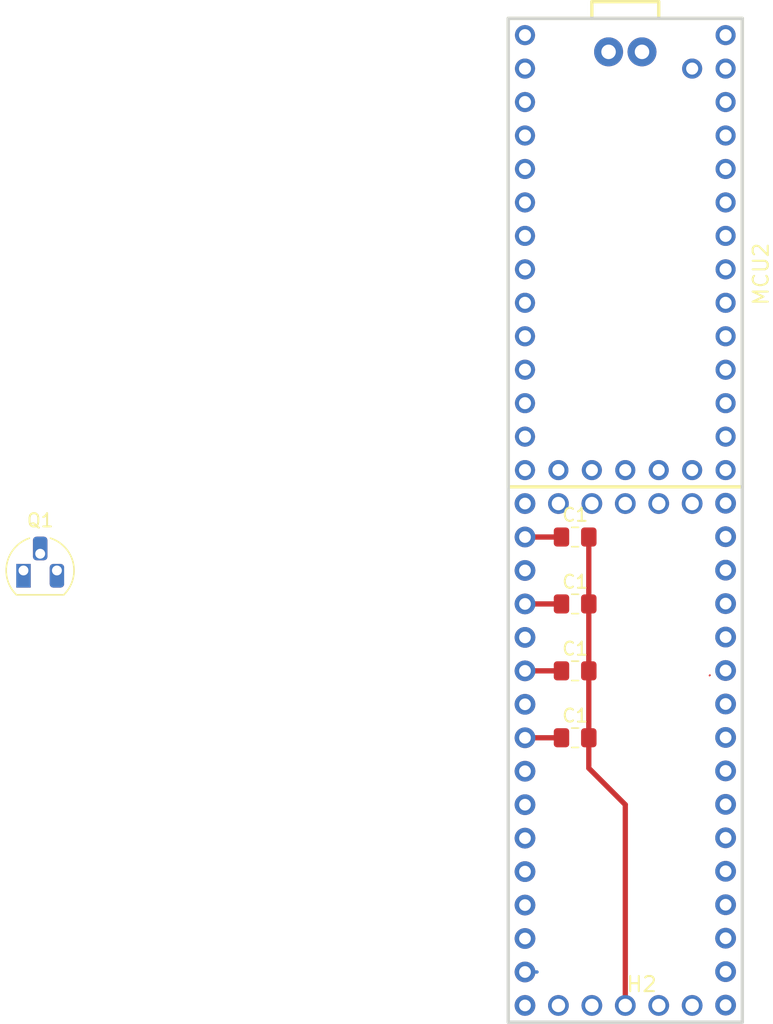
<source format=kicad_pcb>
(kicad_pcb (version 20171130) (host pcbnew 5.1.10)

  (general
    (thickness 1.6)
    (drawings 4)
    (tracks 27)
    (zones 0)
    (modules 10)
    (nets 33)
  )

  (page A4)
  (layers
    (0 F.Cu signal)
    (31 B.Cu signal hide)
    (32 B.Adhes user)
    (33 F.Adhes user)
    (34 B.Paste user)
    (35 F.Paste user)
    (36 B.SilkS user)
    (37 F.SilkS user)
    (38 B.Mask user)
    (39 F.Mask user)
    (40 Dwgs.User user)
    (41 Cmts.User user)
    (42 Eco1.User user)
    (43 Eco2.User user)
    (44 Edge.Cuts user)
    (45 Margin user)
    (46 B.CrtYd user hide)
    (47 F.CrtYd user hide)
    (48 B.Fab user)
    (49 F.Fab user)
  )

  (setup
    (last_trace_width 0.4)
    (user_trace_width 0.4)
    (trace_clearance 0.2)
    (zone_clearance 0.508)
    (zone_45_only no)
    (trace_min 0.2)
    (via_size 0.8)
    (via_drill 0.4)
    (via_min_size 0.4)
    (via_min_drill 0.3)
    (uvia_size 0.3)
    (uvia_drill 0.1)
    (uvias_allowed no)
    (uvia_min_size 0.2)
    (uvia_min_drill 0.1)
    (edge_width 0.05)
    (segment_width 0.2)
    (pcb_text_width 0.3)
    (pcb_text_size 1.5 1.5)
    (mod_edge_width 0.12)
    (mod_text_size 1 1)
    (mod_text_width 0.15)
    (pad_size 1.575 1.575)
    (pad_drill 1.02)
    (pad_to_mask_clearance 0)
    (aux_axis_origin 0 0)
    (visible_elements FFFFFF7F)
    (pcbplotparams
      (layerselection 0x010fc_ffffffff)
      (usegerberextensions false)
      (usegerberattributes true)
      (usegerberadvancedattributes true)
      (creategerberjobfile true)
      (excludeedgelayer true)
      (linewidth 0.100000)
      (plotframeref false)
      (viasonmask false)
      (mode 1)
      (useauxorigin false)
      (hpglpennumber 1)
      (hpglpenspeed 20)
      (hpglpendiameter 15.000000)
      (psnegative false)
      (psa4output false)
      (plotreference true)
      (plotvalue true)
      (plotinvisibletext false)
      (padsonsilk false)
      (subtractmaskfromsilk false)
      (outputformat 1)
      (mirror false)
      (drillshape 1)
      (scaleselection 1)
      (outputdirectory ""))
  )

  (net 0 "")
  (net 1 SDOUT)
  (net 2 LRCK)
  (net 3 SCLK)
  (net 4 SDIN)
  (net 5 MCLK)
  (net 6 GND)
  (net 7 INT)
  (net 8 MUTEC)
  (net 9 OUT5-)
  (net 10 OUT5+)
  (net 11 OUT6+)
  (net 12 OUT7+)
  (net 13 OUT8-)
  (net 14 OUT6-)
  (net 15 OUT7-)
  (net 16 OUT4+)
  (net 17 OUT4-)
  (net 18 +5V)
  (net 19 VQ)
  (net 20 FILT+_DAC)
  (net 21 FILT+_ADC)
  (net 22 SDA)
  (net 23 OUT3-)
  (net 24 OUT3+)
  (net 25 OUT1-)
  (net 26 +3V3)
  (net 27 SCL)
  (net 28 OUT8+)
  (net 29 L1_1)
  (net 30 OUT2-)
  (net 31 OUT2+)
  (net 32 OUT1+)

  (net_class Default "This is the default net class."
    (clearance 0.2)
    (trace_width 0.25)
    (via_dia 0.8)
    (via_drill 0.4)
    (uvia_dia 0.3)
    (uvia_drill 0.1)
    (add_net +3V3)
    (add_net +5V)
    (add_net FILT+_ADC)
    (add_net FILT+_DAC)
    (add_net GND)
    (add_net INT)
    (add_net L1_1)
    (add_net LRCK)
    (add_net MCLK)
    (add_net MUTEC)
    (add_net OUT1+)
    (add_net OUT1-)
    (add_net OUT2+)
    (add_net OUT2-)
    (add_net OUT3+)
    (add_net OUT3-)
    (add_net OUT4+)
    (add_net OUT4-)
    (add_net OUT5+)
    (add_net OUT5-)
    (add_net OUT6+)
    (add_net OUT6-)
    (add_net OUT7+)
    (add_net OUT7-)
    (add_net OUT8+)
    (add_net OUT8-)
    (add_net SCL)
    (add_net SCLK)
    (add_net SDA)
    (add_net SDIN)
    (add_net SDOUT)
    (add_net VQ)
  )

  (module Capacitor_SMD:C_0805_2012Metric_Pad1.18x1.45mm_HandSolder (layer F.Cu) (tedit 5F68FEEF) (tstamp 61C717FA)
    (at 127 115.57)
    (descr "Capacitor SMD 0805 (2012 Metric), square (rectangular) end terminal, IPC_7351 nominal with elongated pad for handsoldering. (Body size source: IPC-SM-782 page 76, https://www.pcb-3d.com/wordpress/wp-content/uploads/ipc-sm-782a_amendment_1_and_2.pdf, https://docs.google.com/spreadsheets/d/1BsfQQcO9C6DZCsRaXUlFlo91Tg2WpOkGARC1WS5S8t0/edit?usp=sharing), generated with kicad-footprint-generator")
    (tags "capacitor handsolder")
    (attr smd)
    (fp_text reference C1 (at 0 -1.68) (layer F.SilkS)
      (effects (font (size 1 1) (thickness 0.15)))
    )
    (fp_text value 4.7u (at 0 1.68) (layer F.Fab)
      (effects (font (size 1 1) (thickness 0.15)))
    )
    (fp_line (start 1.88 0.98) (end -1.88 0.98) (layer F.CrtYd) (width 0.05))
    (fp_line (start 1.88 -0.98) (end 1.88 0.98) (layer F.CrtYd) (width 0.05))
    (fp_line (start -1.88 -0.98) (end 1.88 -0.98) (layer F.CrtYd) (width 0.05))
    (fp_line (start -1.88 0.98) (end -1.88 -0.98) (layer F.CrtYd) (width 0.05))
    (fp_line (start -0.261252 0.735) (end 0.261252 0.735) (layer F.SilkS) (width 0.12))
    (fp_line (start -0.261252 -0.735) (end 0.261252 -0.735) (layer F.SilkS) (width 0.12))
    (fp_line (start 1 0.625) (end -1 0.625) (layer F.Fab) (width 0.1))
    (fp_line (start 1 -0.625) (end 1 0.625) (layer F.Fab) (width 0.1))
    (fp_line (start -1 -0.625) (end 1 -0.625) (layer F.Fab) (width 0.1))
    (fp_line (start -1 0.625) (end -1 -0.625) (layer F.Fab) (width 0.1))
    (fp_text user " " (at 0 0) (layer F.Fab)
      (effects (font (size 0.5 0.5) (thickness 0.08)))
    )
    (pad 1 smd roundrect (at -1.0375 0) (size 1.175 1.45) (layers F.Cu F.Paste F.Mask) (roundrect_rratio 0.212766))
    (pad 2 smd roundrect (at 1.0375 0) (size 1.175 1.45) (layers F.Cu F.Paste F.Mask) (roundrect_rratio 0.212766))
    (model ${KISYS3DMOD}/Capacitor_SMD.3dshapes/C_0805_2012Metric.wrl
      (at (xyz 0 0 0))
      (scale (xyz 1 1 1))
      (rotate (xyz 0 0 0))
    )
  )

  (module Capacitor_SMD:C_0805_2012Metric_Pad1.18x1.45mm_HandSolder (layer F.Cu) (tedit 5F68FEEF) (tstamp 61C717DA)
    (at 127 110.49)
    (descr "Capacitor SMD 0805 (2012 Metric), square (rectangular) end terminal, IPC_7351 nominal with elongated pad for handsoldering. (Body size source: IPC-SM-782 page 76, https://www.pcb-3d.com/wordpress/wp-content/uploads/ipc-sm-782a_amendment_1_and_2.pdf, https://docs.google.com/spreadsheets/d/1BsfQQcO9C6DZCsRaXUlFlo91Tg2WpOkGARC1WS5S8t0/edit?usp=sharing), generated with kicad-footprint-generator")
    (tags "capacitor handsolder")
    (attr smd)
    (fp_text reference C1 (at 0 -1.68) (layer F.SilkS)
      (effects (font (size 1 1) (thickness 0.15)))
    )
    (fp_text value 4.7u (at 0 1.68) (layer F.Fab)
      (effects (font (size 1 1) (thickness 0.15)))
    )
    (fp_text user " " (at 0 0) (layer F.Fab)
      (effects (font (size 0.5 0.5) (thickness 0.08)))
    )
    (fp_line (start -1 0.625) (end -1 -0.625) (layer F.Fab) (width 0.1))
    (fp_line (start -1 -0.625) (end 1 -0.625) (layer F.Fab) (width 0.1))
    (fp_line (start 1 -0.625) (end 1 0.625) (layer F.Fab) (width 0.1))
    (fp_line (start 1 0.625) (end -1 0.625) (layer F.Fab) (width 0.1))
    (fp_line (start -0.261252 -0.735) (end 0.261252 -0.735) (layer F.SilkS) (width 0.12))
    (fp_line (start -0.261252 0.735) (end 0.261252 0.735) (layer F.SilkS) (width 0.12))
    (fp_line (start -1.88 0.98) (end -1.88 -0.98) (layer F.CrtYd) (width 0.05))
    (fp_line (start -1.88 -0.98) (end 1.88 -0.98) (layer F.CrtYd) (width 0.05))
    (fp_line (start 1.88 -0.98) (end 1.88 0.98) (layer F.CrtYd) (width 0.05))
    (fp_line (start 1.88 0.98) (end -1.88 0.98) (layer F.CrtYd) (width 0.05))
    (pad 2 smd roundrect (at 1.0375 0) (size 1.175 1.45) (layers F.Cu F.Paste F.Mask) (roundrect_rratio 0.212766))
    (pad 1 smd roundrect (at -1.0375 0) (size 1.175 1.45) (layers F.Cu F.Paste F.Mask) (roundrect_rratio 0.212766))
    (model ${KISYS3DMOD}/Capacitor_SMD.3dshapes/C_0805_2012Metric.wrl
      (at (xyz 0 0 0))
      (scale (xyz 1 1 1))
      (rotate (xyz 0 0 0))
    )
  )

  (module Capacitor_SMD:C_0805_2012Metric_Pad1.18x1.45mm_HandSolder (layer F.Cu) (tedit 5F68FEEF) (tstamp 61C717AC)
    (at 127 105.41)
    (descr "Capacitor SMD 0805 (2012 Metric), square (rectangular) end terminal, IPC_7351 nominal with elongated pad for handsoldering. (Body size source: IPC-SM-782 page 76, https://www.pcb-3d.com/wordpress/wp-content/uploads/ipc-sm-782a_amendment_1_and_2.pdf, https://docs.google.com/spreadsheets/d/1BsfQQcO9C6DZCsRaXUlFlo91Tg2WpOkGARC1WS5S8t0/edit?usp=sharing), generated with kicad-footprint-generator")
    (tags "capacitor handsolder")
    (attr smd)
    (fp_text reference C1 (at 0 -1.68) (layer F.SilkS)
      (effects (font (size 1 1) (thickness 0.15)))
    )
    (fp_text value 4.7u (at 0 1.68) (layer F.Fab)
      (effects (font (size 1 1) (thickness 0.15)))
    )
    (fp_line (start 1.88 0.98) (end -1.88 0.98) (layer F.CrtYd) (width 0.05))
    (fp_line (start 1.88 -0.98) (end 1.88 0.98) (layer F.CrtYd) (width 0.05))
    (fp_line (start -1.88 -0.98) (end 1.88 -0.98) (layer F.CrtYd) (width 0.05))
    (fp_line (start -1.88 0.98) (end -1.88 -0.98) (layer F.CrtYd) (width 0.05))
    (fp_line (start -0.261252 0.735) (end 0.261252 0.735) (layer F.SilkS) (width 0.12))
    (fp_line (start -0.261252 -0.735) (end 0.261252 -0.735) (layer F.SilkS) (width 0.12))
    (fp_line (start 1 0.625) (end -1 0.625) (layer F.Fab) (width 0.1))
    (fp_line (start 1 -0.625) (end 1 0.625) (layer F.Fab) (width 0.1))
    (fp_line (start -1 -0.625) (end 1 -0.625) (layer F.Fab) (width 0.1))
    (fp_line (start -1 0.625) (end -1 -0.625) (layer F.Fab) (width 0.1))
    (fp_text user " " (at 0 0) (layer F.Fab)
      (effects (font (size 0.5 0.5) (thickness 0.08)))
    )
    (pad 1 smd roundrect (at -1.0375 0) (size 1.175 1.45) (layers F.Cu F.Paste F.Mask) (roundrect_rratio 0.212766))
    (pad 2 smd roundrect (at 1.0375 0) (size 1.175 1.45) (layers F.Cu F.Paste F.Mask) (roundrect_rratio 0.212766))
    (model ${KISYS3DMOD}/Capacitor_SMD.3dshapes/C_0805_2012Metric.wrl
      (at (xyz 0 0 0))
      (scale (xyz 1 1 1))
      (rotate (xyz 0 0 0))
    )
  )

  (module Capacitor_SMD:C_0805_2012Metric_Pad1.18x1.45mm_HandSolder (layer F.Cu) (tedit 5F68FEEF) (tstamp 61C6D4CA)
    (at 127 100.33)
    (descr "Capacitor SMD 0805 (2012 Metric), square (rectangular) end terminal, IPC_7351 nominal with elongated pad for handsoldering. (Body size source: IPC-SM-782 page 76, https://www.pcb-3d.com/wordpress/wp-content/uploads/ipc-sm-782a_amendment_1_and_2.pdf, https://docs.google.com/spreadsheets/d/1BsfQQcO9C6DZCsRaXUlFlo91Tg2WpOkGARC1WS5S8t0/edit?usp=sharing), generated with kicad-footprint-generator")
    (tags "capacitor handsolder")
    (attr smd)
    (fp_text reference C1 (at 0 -1.68) (layer F.SilkS)
      (effects (font (size 1 1) (thickness 0.15)))
    )
    (fp_text value 4.7u (at 0 1.68) (layer F.Fab)
      (effects (font (size 1 1) (thickness 0.15)))
    )
    (fp_text user " " (at 0 0) (layer F.Fab)
      (effects (font (size 0.5 0.5) (thickness 0.08)))
    )
    (fp_line (start -1 0.625) (end -1 -0.625) (layer F.Fab) (width 0.1))
    (fp_line (start -1 -0.625) (end 1 -0.625) (layer F.Fab) (width 0.1))
    (fp_line (start 1 -0.625) (end 1 0.625) (layer F.Fab) (width 0.1))
    (fp_line (start 1 0.625) (end -1 0.625) (layer F.Fab) (width 0.1))
    (fp_line (start -0.261252 -0.735) (end 0.261252 -0.735) (layer F.SilkS) (width 0.12))
    (fp_line (start -0.261252 0.735) (end 0.261252 0.735) (layer F.SilkS) (width 0.12))
    (fp_line (start -1.88 0.98) (end -1.88 -0.98) (layer F.CrtYd) (width 0.05))
    (fp_line (start -1.88 -0.98) (end 1.88 -0.98) (layer F.CrtYd) (width 0.05))
    (fp_line (start 1.88 -0.98) (end 1.88 0.98) (layer F.CrtYd) (width 0.05))
    (fp_line (start 1.88 0.98) (end -1.88 0.98) (layer F.CrtYd) (width 0.05))
    (pad 2 smd roundrect (at 1.0375 0) (size 1.175 1.45) (layers F.Cu F.Paste F.Mask) (roundrect_rratio 0.212766))
    (pad 1 smd roundrect (at -1.0375 0) (size 1.175 1.45) (layers F.Cu F.Paste F.Mask) (roundrect_rratio 0.212766))
    (model ${KISYS3DMOD}/Capacitor_SMD.3dshapes/C_0805_2012Metric.wrl
      (at (xyz 0 0 0))
      (scale (xyz 1 1 1))
      (rotate (xyz 0 0 0))
    )
  )

  (module Package_TO_SOT_THT:TO-92L_HandSolder (layer F.Cu) (tedit 61C6CE4C) (tstamp 61C73247)
    (at 85.09 102.87)
    (descr "TO-92L leads in-line (large body variant of TO-92), also known as TO-226, wide, drill 0.75mm, hand-soldering variant with enlarged pads (see https://www.diodes.com/assets/Package-Files/TO92L.pdf and http://www.ti.com/lit/an/snoa059/snoa059.pdf)")
    (tags "to-92 sc-43 sc-43a sot54 PA33 transistor")
    (fp_text reference Q1 (at 1.27 -3.8) (layer F.SilkS)
      (effects (font (size 1 1) (thickness 0.15)))
    )
    (fp_text value MPF102 (at 1.27 2.79) (layer F.Fab)
      (effects (font (size 1 1) (thickness 0.15)))
    )
    (fp_line (start 4 2.01) (end -1.46 2.01) (layer F.CrtYd) (width 0.05))
    (fp_line (start 4 2.01) (end 4 -3.05) (layer F.CrtYd) (width 0.05))
    (fp_line (start -1.45 -3.05) (end -1.46 2.01) (layer F.CrtYd) (width 0.05))
    (fp_line (start -1.46 -3.05) (end 4 -3.05) (layer F.CrtYd) (width 0.05))
    (fp_line (start -0.5 1.75) (end 3 1.75) (layer F.Fab) (width 0.1))
    (fp_line (start -0.53 1.85) (end 3.07 1.85) (layer F.SilkS) (width 0.12))
    (fp_arc (start 1.27 0) (end 2.05 -2.45) (angle 117.6433766) (layer F.SilkS) (width 0.12))
    (fp_arc (start 1.27 0) (end 1.27 -2.48) (angle -135) (layer F.Fab) (width 0.1))
    (fp_arc (start 1.27 0) (end 0.45 -2.45) (angle -116.9763941) (layer F.SilkS) (width 0.12))
    (fp_arc (start 1.27 0) (end 1.27 -2.48) (angle 135) (layer F.Fab) (width 0.1))
    (fp_text user " " (at 1.27 0) (layer F.Fab)
      (effects (font (size 1 1) (thickness 0.15)))
    )
    (pad D thru_hole rect (at 0 0) (size 1.1 1.8) (drill 0.75 (offset 0 0.4)) (layers *.Cu *.Mask))
    (pad G thru_hole roundrect (at 2.54 0) (size 1.1 1.8) (drill 0.75 (offset 0 0.4)) (layers *.Cu *.Mask) (roundrect_rratio 0.25))
    (pad S thru_hole roundrect (at 1.27 -1.27) (size 1.1 1.8) (drill 0.75 (offset 0 -0.4)) (layers *.Cu *.Mask) (roundrect_rratio 0.25))
    (model ${KISYS3DMOD}/Package_TO_SOT_THT.3dshapes/TO-92L.wrl
      (at (xyz 0 0 0))
      (scale (xyz 1 1 1))
      (rotate (xyz 0 0 0))
    )
  )

  (module easyeda:HDR-16X1_2.54 (layer F.Cu) (tedit 61C74DEC) (tstamp 0)
    (at 123.19 116.84)
    (fp_text reference P1 (at -3.175 -19.177) (layer Cmts.User) hide
      (effects (font (size 1.143 1.143) (thickness 0.152)) (justify left))
    )
    (fp_text value Header-2.54_1x16 (at 0 -22.057) (layer F.Fab) hide
      (effects (font (size 1.143 1.143) (thickness 0.152)) (justify left))
    )
    (fp_text user gge292 (at 0 0) (layer Cmts.User)
      (effects (font (size 1 1) (thickness 0.15)))
    )
    (pad I1- thru_hole circle (at 0 -16.51 270) (size 1.575 1.575) (drill 0.889) (layers *.Cu *.Paste *.Mask))
    (pad I2+ thru_hole circle (at 0 -13.97 270) (size 1.575 1.575) (drill 0.889) (layers *.Cu *.Paste *.Mask))
    (pad I2- thru_hole circle (at 0 -11.43 270) (size 1.575 1.575) (drill 0.889) (layers *.Cu *.Paste *.Mask))
    (pad I3+ thru_hole circle (at 0 -8.89 270) (size 1.575 1.575) (drill 0.889) (layers *.Cu *.Paste *.Mask))
    (pad I3- thru_hole circle (at 0 -6.35 270) (size 1.575 1.575) (drill 0.889) (layers *.Cu *.Paste *.Mask))
    (pad I4+ thru_hole circle (at 0 -3.81 270) (size 1.575 1.575) (drill 0.889) (layers *.Cu *.Paste *.Mask))
    (pad I4- thru_hole circle (at 0 -1.27 270) (size 1.575 1.575) (drill 0.889) (layers *.Cu *.Paste *.Mask))
    (pad I5+ thru_hole circle (at 0 1.27 270) (size 1.575 1.575) (drill 0.889) (layers *.Cu *.Paste *.Mask))
    (pad I5- thru_hole circle (at 0 3.81 270) (size 1.575 1.575) (drill 0.889) (layers *.Cu *.Paste *.Mask))
    (pad I6+ thru_hole circle (at 0 6.35 270) (size 1.575 1.575) (drill 0.889) (layers *.Cu *.Paste *.Mask))
    (pad I6- thru_hole circle (at 0 8.89 270) (size 1.575 1.575) (drill 0.889) (layers *.Cu *.Paste *.Mask))
    (pad 13 thru_hole circle (at 0 11.43 270) (size 1.575 1.575) (drill 0.889) (layers *.Cu *.Paste *.Mask)
      (net 21 FILT+_ADC))
    (pad 14 thru_hole circle (at 0 13.97 270) (size 1.575 1.575) (drill 0.889) (layers *.Cu *.Paste *.Mask)
      (net 20 FILT+_DAC))
    (pad 15 thru_hole circle (at 0 16.51 270) (size 1.575 1.575) (drill 0.889) (layers *.Cu *.Paste *.Mask)
      (net 18 +5V))
    (pad 16 thru_hole circle (at 0 19.05 270) (size 1.575 1.575) (drill 0.889) (layers *.Cu *.Paste *.Mask)
      (net 6 GND))
    (pad I1+ thru_hole circle (at 0 -19.05 270) (size 1.575 1.575) (drill 0.889) (layers *.Cu *.Paste *.Mask))
  )

  (module "easyeda:TEENSY 4.0 W. USB ONLY" (layer F.Cu) (tedit 0) (tstamp 0)
    (at 123.19 62.23 270)
    (fp_text reference MCU2 (at 20.604 -17.92 90) (layer F.SilkS)
      (effects (font (size 1.143 1.143) (thickness 0.152)) (justify left))
    )
    (fp_text value "TEENSY 4.0 W. USB ONLY" (at 16.51 -17.282 270) (layer F.Fab) hide
      (effects (font (size 1.143 1.143) (thickness 0.152)) (justify left))
    )
    (fp_line (start -2.54 -10.16) (end -1.27 -10.16) (layer F.SilkS) (width 0.254))
    (fp_line (start -2.54 -5.08) (end -2.54 -10.16) (layer F.SilkS) (width 0.254))
    (fp_line (start -1.27 -5.08) (end -2.54 -5.08) (layer F.SilkS) (width 0.254))
    (fp_line (start -1.27 1.27) (end -1.27 -16.51) (layer F.SilkS) (width 0.254))
    (fp_line (start 34.29 1.27) (end -1.27 1.27) (layer F.SilkS) (width 0.254))
    (fp_line (start 34.29 -16.51) (end 34.29 1.27) (layer F.SilkS) (width 0.254))
    (fp_line (start -1.27 -16.51) (end 34.29 -16.51) (layer F.SilkS) (width 0.254))
    (fp_text user gge528 (at 0 0) (layer Cmts.User)
      (effects (font (size 1 1) (thickness 0.15)))
    )
    (pad GND0 thru_hole circle (at 0 0 270) (size 1.524 1.524) (drill 0.914) (layers *.Cu *.Paste *.Mask)
      (net 6 GND))
    (pad 0 thru_hole circle (at 2.54 0 270) (size 1.524 1.524) (drill 0.914) (layers *.Cu *.Paste *.Mask))
    (pad 1 thru_hole circle (at 5.08 0 270) (size 1.524 1.524) (drill 0.914) (layers *.Cu *.Paste *.Mask))
    (pad 2 thru_hole circle (at 7.62 0 270) (size 1.524 1.524) (drill 0.914) (layers *.Cu *.Paste *.Mask))
    (pad 3 thru_hole circle (at 10.16 0 270) (size 1.524 1.524) (drill 0.914) (layers *.Cu *.Paste *.Mask))
    (pad 4 thru_hole circle (at 12.7 0 270) (size 1.524 1.524) (drill 0.914) (layers *.Cu *.Paste *.Mask))
    (pad 5 thru_hole circle (at 15.24 0 270) (size 1.524 1.524) (drill 0.914) (layers *.Cu *.Paste *.Mask))
    (pad 6 thru_hole circle (at 17.78 0 270) (size 1.524 1.524) (drill 0.914) (layers *.Cu *.Paste *.Mask))
    (pad 7 thru_hole circle (at 20.32 0 270) (size 1.524 1.524) (drill 0.914) (layers *.Cu *.Paste *.Mask)
      (net 4 SDIN))
    (pad 8 thru_hole circle (at 22.86 0 270) (size 1.524 1.524) (drill 0.914) (layers *.Cu *.Paste *.Mask)
      (net 1 SDOUT))
    (pad 9 thru_hole circle (at 25.4 0 270) (size 1.524 1.524) (drill 0.914) (layers *.Cu *.Paste *.Mask))
    (pad 10 thru_hole circle (at 27.94 0 270) (size 1.524 1.524) (drill 0.914) (layers *.Cu *.Paste *.Mask))
    (pad 11 thru_hole circle (at 30.48 0 270) (size 1.524 1.524) (drill 0.914) (layers *.Cu *.Paste *.Mask))
    (pad 12 thru_hole circle (at 33.02 0 270) (size 1.524 1.524) (drill 0.914) (layers *.Cu *.Paste *.Mask))
    (pad VBAT thru_hole circle (at 33.02 -2.54 270) (size 1.524 1.524) (drill 0.914) (layers *.Cu *.Paste *.Mask))
    (pad 3 thru_hole circle (at 33.02 -5.08 270) (size 1.524 1.524) (drill 0.914) (layers *.Cu *.Paste *.Mask)
      (net 26 +3V3))
    (pad GND2 thru_hole circle (at 33.02 -7.62 270) (size 1.524 1.524) (drill 0.914) (layers *.Cu *.Paste *.Mask)
      (net 6 GND))
    (pad PRGM thru_hole circle (at 33.02 -10.16 270) (size 1.524 1.524) (drill 0.914) (layers *.Cu *.Paste *.Mask))
    (pad ONOFF thru_hole circle (at 33.02 -12.7 270) (size 1.524 1.524) (drill 0.914) (layers *.Cu *.Paste *.Mask))
    (pad 13 thru_hole circle (at 33.02 -15.24 270) (size 1.524 1.524) (drill 0.914) (layers *.Cu *.Paste *.Mask))
    (pad 14 thru_hole circle (at 30.48 -15.24 270) (size 1.524 1.524) (drill 0.914) (layers *.Cu *.Paste *.Mask))
    (pad 15 thru_hole circle (at 27.94 -15.24 270) (size 1.524 1.524) (drill 0.914) (layers *.Cu *.Paste *.Mask))
    (pad 16 thru_hole circle (at 25.4 -15.24 270) (size 1.524 1.524) (drill 0.914) (layers *.Cu *.Paste *.Mask))
    (pad 17 thru_hole circle (at 22.86 -15.24 270) (size 1.524 1.524) (drill 0.914) (layers *.Cu *.Paste *.Mask))
    (pad 18 thru_hole circle (at 20.32 -15.24 270) (size 1.524 1.524) (drill 0.914) (layers *.Cu *.Paste *.Mask)
      (net 22 SDA))
    (pad 19 thru_hole circle (at 17.78 -15.24 270) (size 1.524 1.524) (drill 0.914) (layers *.Cu *.Paste *.Mask)
      (net 27 SCL))
    (pad 20 thru_hole circle (at 15.24 -15.24 270) (size 1.524 1.524) (drill 0.914) (layers *.Cu *.Paste *.Mask)
      (net 2 LRCK))
    (pad 21 thru_hole circle (at 12.7 -15.24 270) (size 1.524 1.524) (drill 0.914) (layers *.Cu *.Paste *.Mask)
      (net 3 SCLK))
    (pad 22 thru_hole circle (at 10.16 -15.24 270) (size 1.524 1.524) (drill 0.914) (layers *.Cu *.Paste *.Mask))
    (pad 23 thru_hole circle (at 7.62 -15.24 270) (size 1.524 1.524) (drill 0.914) (layers *.Cu *.Paste *.Mask)
      (net 5 MCLK))
    (pad 3 thru_hole circle (at 5.08 -15.24 270) (size 1.524 1.524) (drill 0.914) (layers *.Cu *.Paste *.Mask)
      (net 26 +3V3))
    (pad GND1 thru_hole circle (at 2.54 -15.24 270) (size 1.524 1.524) (drill 0.914) (layers *.Cu *.Paste *.Mask)
      (net 6 GND))
    (pad VIN thru_hole circle (at 0 -15.24 270) (size 1.524 1.524) (drill 0.914) (layers *.Cu *.Paste *.Mask)
      (net 29 L1_1))
    (pad D+ thru_hole circle (at 1.27 -6.35 270) (size 2.2 2.2) (drill 1.1) (layers *.Cu *.Paste *.Mask))
    (pad D- thru_hole circle (at 1.27 -8.89 270) (size 2.2 2.2) (drill 1.1) (layers *.Cu *.Paste *.Mask))
    (pad VUSB thru_hole circle (at 2.54 -12.7 270) (size 1.524 1.524) (drill 0.914) (layers *.Cu *.Paste *.Mask))
  )

  (module easyeda:HDR-16X1_2.54 (layer F.Cu) (tedit 0) (tstamp 0)
    (at 138.43 116.815)
    (fp_text reference P2 (at 1.778 -19.19) (layer Cmts.User) hide
      (effects (font (size 1.143 1.143) (thickness 0.152)) (justify left))
    )
    (fp_text value Header-2.54_1x16 (at 0 -22.057) (layer F.Fab) hide
      (effects (font (size 1.143 1.143) (thickness 0.152)) (justify left))
    )
    (fp_text user gge273 (at 0 0) (layer Cmts.User)
      (effects (font (size 1 1) (thickness 0.15)))
    )
    (pad 2 thru_hole circle (at 0 -16.51 270) (size 1.575 1.575) (drill 0.889) (layers *.Cu *.Paste *.Mask)
      (net 25 OUT1-))
    (pad 3 thru_hole circle (at 0 -13.97 270) (size 1.575 1.575) (drill 0.889) (layers *.Cu *.Paste *.Mask)
      (net 31 OUT2+))
    (pad 4 thru_hole circle (at 0 -11.43 270) (size 1.575 1.575) (drill 0.889) (layers *.Cu *.Paste *.Mask)
      (net 30 OUT2-))
    (pad 5 thru_hole circle (at 0 -8.89 270) (size 1.575 1.575) (drill 0.889) (layers *.Cu *.Paste *.Mask)
      (net 24 OUT3+))
    (pad 6 thru_hole circle (at 0 -6.35 270) (size 1.575 1.575) (drill 0.889) (layers *.Cu *.Paste *.Mask)
      (net 23 OUT3-))
    (pad 7 thru_hole circle (at 0 -3.81 270) (size 1.575 1.575) (drill 0.889) (layers *.Cu *.Paste *.Mask)
      (net 16 OUT4+))
    (pad 8 thru_hole circle (at 0 -1.27 270) (size 1.575 1.575) (drill 0.889) (layers *.Cu *.Paste *.Mask)
      (net 17 OUT4-))
    (pad 9 thru_hole circle (at 0 1.27 270) (size 1.575 1.575) (drill 0.889) (layers *.Cu *.Paste *.Mask)
      (net 10 OUT5+))
    (pad 10 thru_hole circle (at 0 3.81 270) (size 1.575 1.575) (drill 0.889) (layers *.Cu *.Paste *.Mask)
      (net 9 OUT5-))
    (pad 11 thru_hole circle (at 0 6.35 270) (size 1.575 1.575) (drill 0.889) (layers *.Cu *.Paste *.Mask)
      (net 11 OUT6+))
    (pad 12 thru_hole circle (at 0 8.89 270) (size 1.575 1.575) (drill 0.889) (layers *.Cu *.Paste *.Mask)
      (net 14 OUT6-))
    (pad 13 thru_hole circle (at 0 11.43 270) (size 1.575 1.575) (drill 0.889) (layers *.Cu *.Paste *.Mask)
      (net 12 OUT7+))
    (pad 14 thru_hole circle (at 0 13.97 270) (size 1.575 1.575) (drill 0.889) (layers *.Cu *.Paste *.Mask)
      (net 15 OUT7-))
    (pad 15 thru_hole circle (at 0 16.51 270) (size 1.575 1.575) (drill 0.889) (layers *.Cu *.Paste *.Mask)
      (net 28 OUT8+))
    (pad 16 thru_hole circle (at 0 19.05 270) (size 1.575 1.575) (drill 0.889) (layers *.Cu *.Paste *.Mask)
      (net 13 OUT8-))
    (pad 1 thru_hole circle (at 0 -19.05 270) (size 1.575 1.575) (drill 0.889) (layers *.Cu *.Paste *.Mask)
      (net 32 OUT1+))
  )

  (module easyeda:HDR-5X1_2.54 (layer F.Cu) (tedit 0) (tstamp 0)
    (at 130.81 97.79)
    (fp_text reference H1 (at 0 -1.61) (layer F.SilkS) hide
      (effects (font (size 1.143 1.143) (thickness 0.152)) (justify left))
    )
    (fp_text value Header-2.54_1x5 (at 0 -3.007) (layer F.Fab) hide
      (effects (font (size 1.143 1.143) (thickness 0.152)) (justify left))
    )
    (fp_text user gge407 (at 0 0) (layer Cmts.User)
      (effects (font (size 1 1) (thickness 0.15)))
    )
    (pad 5 thru_hole circle (at 5.08 0) (size 1.575 1.575) (drill 1.02) (layers *.Cu *.Paste *.Mask)
      (net 1 SDOUT))
    (pad 4 thru_hole circle (at 2.54 0) (size 1.575 1.575) (drill 1.02) (layers *.Cu *.Paste *.Mask)
      (net 4 SDIN))
    (pad 3 thru_hole circle (at 0 0) (size 1.575 1.575) (drill 1.02) (layers *.Cu *.Paste *.Mask)
      (net 2 LRCK))
    (pad 2 thru_hole circle (at -2.54 0) (size 1.575 1.575) (drill 1.02) (layers *.Cu *.Paste *.Mask)
      (net 3 SCLK))
    (pad 1 thru_hole circle (at -5.08 0) (size 1.575 1.575) (drill 1.02) (layers *.Cu *.Paste *.Mask)
      (net 5 MCLK))
  )

  (module easyeda:HDR-5X1_2.54 (layer F.Cu) (tedit 61C74E3F) (tstamp 0)
    (at 130.81 135.89)
    (fp_text reference H2 (at 0 -1.61) (layer F.SilkS)
      (effects (font (size 1.143 1.143) (thickness 0.152)) (justify left))
    )
    (fp_text value Header-2.54_1x5 (at 0 -3.007) (layer F.Fab) hide
      (effects (font (size 1.143 1.143) (thickness 0.152)) (justify left))
    )
    (fp_text user gge506 (at 0 0) (layer Cmts.User)
      (effects (font (size 1 1) (thickness 0.15)))
    )
    (pad 5 thru_hole circle (at 5.08 0) (size 1.575 1.575) (drill 1.02) (layers *.Cu *.Paste *.Mask)
      (net 19 VQ))
    (pad 4 thru_hole circle (at 2.54 0) (size 1.575 1.575) (drill 1.02) (layers *.Cu *.Paste *.Mask)
      (net 18 +5V))
    (pad GND thru_hole circle (at 0 0) (size 1.575 1.575) (drill 1.02) (layers *.Cu *.Paste *.Mask))
    (pad 2 thru_hole circle (at -2.54 0) (size 1.575 1.575) (drill 1.02) (layers *.Cu *.Paste *.Mask)
      (net 7 INT))
    (pad 1 thru_hole circle (at -5.08 0) (size 1.575 1.575) (drill 1.02) (layers *.Cu *.Paste *.Mask)
      (net 8 MUTEC))
  )

  (gr_line (start 121.92 60.96) (end 121.92 137.16) (layer Edge.Cuts) (width 0.254))
  (gr_line (start 121.92 137.16) (end 139.7 137.16) (layer Edge.Cuts) (width 0.254))
  (gr_line (start 139.7 137.16) (end 139.7 60.96) (layer Edge.Cuts) (width 0.254))
  (gr_line (start 139.7 60.96) (end 121.92 60.96) (layer Edge.Cuts) (width 0.254))

  (segment (start 130.81 97.79) (end 130.937 97.917) (width 0.132) (layer F.Cu) (net 2))
  (segment (start 128.473 97.587) (end 128.27 97.79) (width 0.132) (layer B.Cu) (net 3))
  (segment (start 130.81 135.89) (end 131.013 135.687) (width 0.254) (layer F.Cu) (net 0))
  (segment (start 137.236 110.82) (end 137.211 110.846) (width 0.132) (layer F.Cu) (net 6))
  (segment (start 126.009 135.611) (end 125.73 135.89) (width 0.132) (layer F.Cu) (net 8))
  (segment (start 138.074 120.98) (end 138.43 120.625) (width 0.132) (layer B.Cu) (net 9))
  (segment (start 138.379 128.295) (end 138.43 128.245) (width 0.132) (layer B.Cu) (net 12))
  (segment (start 138.176 135.865) (end 138.43 135.865) (width 0.132) (layer F.Cu) (net 13))
  (segment (start 137.693 130.785) (end 138.43 130.785) (width 0.132) (layer B.Cu) (net 15))
  (segment (start 138.43 113.69) (end 138.43 113.005) (width 0.132) (layer B.Cu) (net 16))
  (segment (start 124.104 133.35) (end 123.19 133.35) (width 0.254) (layer B.Cu) (net 18))
  (segment (start 123.419 130.81) (end 123.19 130.81) (width 0.254) (layer B.Cu) (net 20))
  (segment (start 123.19 115.57) (end 123.19 114.859) (width 0.132) (layer B.Cu) (net 0))
  (segment (start 123.19 115.57) (end 125.9625 115.57) (width 0.4) (layer F.Cu) (net 0))
  (segment (start 123.19 110.49) (end 125.9625 110.49) (width 0.4) (layer F.Cu) (net 0))
  (segment (start 123.19 105.41) (end 125.9625 105.41) (width 0.4) (layer F.Cu) (net 0))
  (segment (start 123.19 100.33) (end 125.9625 100.33) (width 0.4) (layer F.Cu) (net 0))
  (segment (start 128.0375 100.33) (end 128.0375 105.41) (width 0.4) (layer F.Cu) (net 0))
  (segment (start 128.0375 105.41) (end 128.0375 110.49) (width 0.4) (layer F.Cu) (net 0))
  (segment (start 128.0375 110.49) (end 128.0375 115.57) (width 0.4) (layer F.Cu) (net 0))
  (segment (start 128.0375 115.57) (end 128.0375 117.8775) (width 0.4) (layer F.Cu) (net 0))
  (segment (start 128.0375 117.8775) (end 130.81 120.65) (width 0.4) (layer F.Cu) (net 0))
  (segment (start 130.81 120.65) (end 130.81 135.89) (width 0.4) (layer F.Cu) (net 0))
  (segment (start 138.43 107.925) (end 138.049 107.544) (width 0.132) (layer B.Cu) (net 24))
  (segment (start 128.27 95.25) (end 127.838 95.25) (width 0.254) (layer F.Cu) (net 26))
  (segment (start 128.27 95.25) (end 128.27 95.379) (width 0.254) (layer F.Cu) (net 26))
  (segment (start 138.328 133.325) (end 138.43 133.325) (width 0.132) (layer F.Cu) (net 28))

)

</source>
